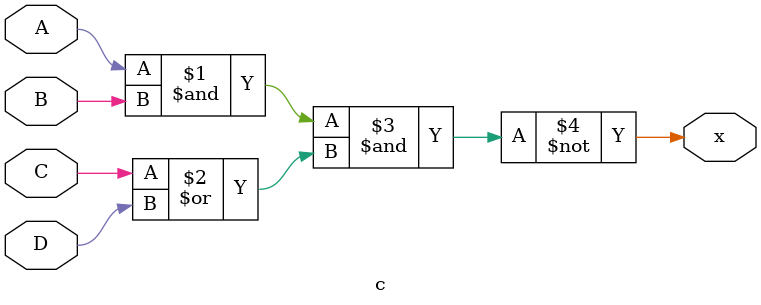
<source format=sv>
module c(
    input A,B,C,D,
    output x
);
assign x=~(A&B&(C|D));
endmodule
</source>
